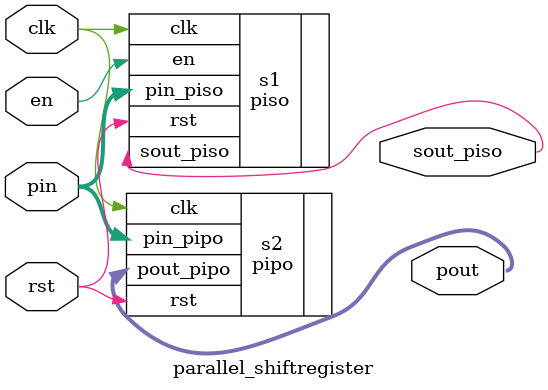
<source format=v>
`timescale 1ns / 1ps

module parallel_shiftregister(

input clk , rst , en,
input [3:0] pin,
output sout_piso,
output [3:0] pout 

    );
    
 //Instantaite the module
 
 
 piso s1 ( .clk(clk),
 .rst(rst),
 .en(en),
 .pin_piso(pin),
 .sout_piso(sout_piso)
 );
 
  pipo s2 ( .clk(clk),
 .rst(rst),
 .pin_pipo(pin),
 .pout_pipo(pout)
 );
 
 
endmodule

</source>
